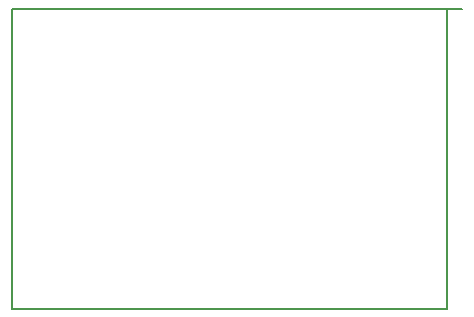
<source format=gbr>
G04 (created by PCBNEW (2013-07-07 BZR 4022)-stable) date 6/18/2014 10:20:27 PM*
%MOIN*%
G04 Gerber Fmt 3.4, Leading zero omitted, Abs format*
%FSLAX34Y34*%
G01*
G70*
G90*
G04 APERTURE LIST*
%ADD10C,0.00393701*%
%ADD11C,0.00590551*%
G04 APERTURE END LIST*
G54D10*
G54D11*
X11500Y-20000D02*
G75*
G03X11500Y-20000I0J0D01*
G74*
G01*
X11499Y-20000D02*
X11500Y-20000D01*
X11500Y-19999D02*
X11500Y-20000D01*
X11500Y-20000D02*
X11500Y-10000D01*
X26000Y-20000D02*
X11500Y-20000D01*
X26000Y-10000D02*
X26000Y-20000D01*
X11500Y-10000D02*
X26500Y-10000D01*
M02*

</source>
